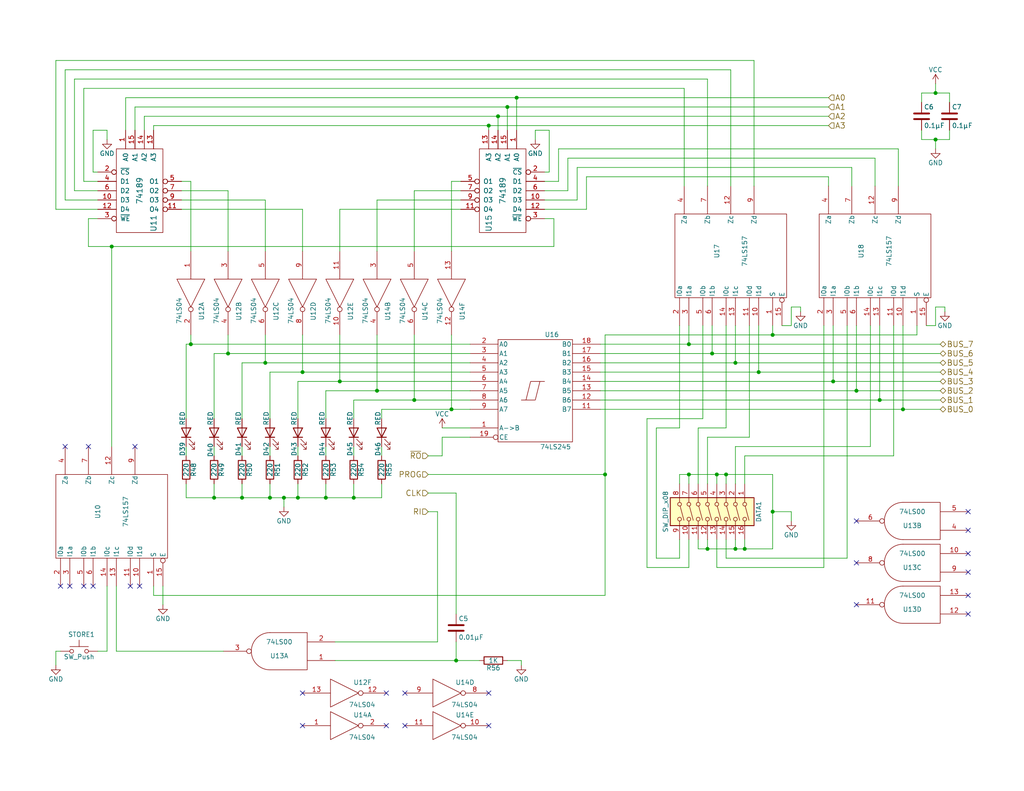
<source format=kicad_sch>
(kicad_sch (version 20211123) (generator eeschema)
  (paper "USLetter")
  (lib_symbols
    (symbol "8bit-computer:74189" (pin_names (offset 1.016))
      (property "Reference" "U" (at 8.89 -3.81 0))
      (property "Value" "74189" (at 0 0 0))
      (symbol "74189_0_1"
        (rectangle (start -11.43 6.35) (end 11.43 -6.35))
      )
      (symbol "74189_1_1"
        (pin input line (at -16.51 3.81 0) (length 5.08) (name "A0") (number "1"))
        (pin input line (at 2.54 11.43 270) (length 5.08) (name "D3") (number "10"))
        (pin output inverted (at 5.08 -11.43 90) (length 5.08) (name "O4") (number "11"))
        (pin input line (at 5.08 11.43 270) (length 5.08) (name "D4") (number "12"))
        (pin input line (at -16.51 -3.81 0) (length 5.08) (name "A3") (number "13"))
        (pin input line (at -16.51 -1.27 0) (length 5.08) (name "A2") (number "14"))
        (pin input line (at -16.51 1.27 0) (length 5.08) (name "A1") (number "15"))
        (pin power_in line (at 10.16 11.43 270) (length 5.08) hide (name "VCC") (number "16"))
        (pin input inverted (at -5.08 11.43 270) (length 5.08) (name "~{CS}") (number "2"))
        (pin input inverted (at 7.62 11.43 270) (length 5.08) (name "~{WE}") (number "3"))
        (pin input line (at -2.54 11.43 270) (length 5.08) (name "D1") (number "4"))
        (pin output inverted (at -2.54 -11.43 90) (length 5.08) (name "O1") (number "5"))
        (pin input line (at 0 11.43 270) (length 5.08) (name "D2") (number "6"))
        (pin output inverted (at 0 -11.43 90) (length 5.08) (name "O2") (number "7"))
        (pin power_in line (at 10.16 -11.43 90) (length 5.08) hide (name "GND") (number "8"))
        (pin output inverted (at 2.54 -11.43 90) (length 5.08) (name "O3") (number "9"))
      )
    )
    (symbol "8bit-computer:74LS00" (pin_names (offset 0.762))
      (property "Reference" "U" (at 0 1.27 0))
      (property "Value" "74LS00" (at 0 -2.54 0))
      (symbol "74LS00_0_0"
        (pin power_in line (at -5.08 5.08 270) (length 0) hide (name "VCC") (number "14"))
        (pin power_in line (at -5.08 -5.08 90) (length 0) hide (name "GND") (number "7"))
      )
      (symbol "74LS00_0_1"
        (polyline (pts (xy 2.54 5.08) (xy -7.62 5.08) (xy -7.62 -5.08) (xy 2.54 -5.08)))
        (arc (start 2.54 -5.08) (mid 7.62 0) (end 2.54 5.08))
      )
      (symbol "74LS00_0_2"
        (arc (start -7.62 -5.08) (mid -5.2253 0) (end -7.62 5.08))
        (arc (start 0 -5.08) (mid 4.5382 -3.6323) (end 7.62 0))
        (polyline (pts (xy -7.62 -5.08) (xy 0 -5.08)))
        (polyline (pts (xy -7.62 5.08) (xy 0 5.08)))
        (arc (start 7.62 0) (mid 4.5325 3.6238) (end 0 5.08))
      )
      (symbol "74LS00_1_1"
        (pin input line (at -15.24 2.54 0) (length 7.62) (name "~") (number "1"))
        (pin input line (at -15.24 -2.54 0) (length 7.62) (name "~") (number "2"))
        (pin output inverted (at 15.24 0 180) (length 7.62) (name "~") (number "3"))
      )
      (symbol "74LS00_1_2"
        (pin input inverted (at -15.24 2.54 0) (length 9.398) (name "~") (number "1"))
        (pin input inverted (at -15.24 -2.54 0) (length 9.398) (name "~") (number "2"))
        (pin output line (at 15.24 0 180) (length 7.62) (name "~") (number "3"))
      )
      (symbol "74LS00_2_1"
        (pin input line (at -15.24 2.54 0) (length 7.62) (name "~") (number "4"))
        (pin input line (at -15.24 -2.54 0) (length 7.62) (name "~") (number "5"))
        (pin output inverted (at 15.24 0 180) (length 7.62) (name "~") (number "6"))
      )
      (symbol "74LS00_2_2"
        (pin input inverted (at -15.24 2.54 0) (length 9.398) (name "~") (number "4"))
        (pin input inverted (at -15.24 -2.54 0) (length 9.398) (name "~") (number "5"))
        (pin output line (at 15.24 0 180) (length 7.62) (name "~") (number "6"))
      )
      (symbol "74LS00_3_1"
        (pin input line (at -15.24 -2.54 0) (length 7.62) (name "~") (number "10"))
        (pin output inverted (at 15.24 0 180) (length 7.62) (name "~") (number "8"))
        (pin input line (at -15.24 2.54 0) (length 7.62) (name "~") (number "9"))
      )
      (symbol "74LS00_3_2"
        (pin input inverted (at -15.24 -2.54 0) (length 9.398) (name "~") (number "10"))
        (pin output line (at 15.24 0 180) (length 7.62) (name "~") (number "8"))
        (pin input inverted (at -15.24 2.54 0) (length 9.398) (name "~") (number "9"))
      )
      (symbol "74LS00_4_1"
        (pin output inverted (at 15.24 0 180) (length 7.62) (name "~") (number "11"))
        (pin input line (at -15.24 2.54 0) (length 7.62) (name "~") (number "12"))
        (pin input line (at -15.24 -2.54 0) (length 7.62) (name "~") (number "13"))
      )
      (symbol "74LS00_4_2"
        (pin output line (at 15.24 0 180) (length 7.62) (name "~") (number "11"))
        (pin input inverted (at -15.24 2.54 0) (length 9.398) (name "~") (number "12"))
        (pin input inverted (at -15.24 -2.54 0) (length 9.398) (name "~") (number "13"))
      )
    )
    (symbol "8bit-computer:74LS04" (pin_names (offset 0.762))
      (property "Reference" "U" (at 4.953 2.921 0))
      (property "Value" "74LS04" (at 4.826 -3.175 0))
      (symbol "74LS04_0_0"
        (polyline (pts (xy -3.81 3.81) (xy -3.81 -3.81) (xy 3.81 0) (xy -3.81 3.81)))
        (pin power_in line (at -1.27 2.54 90) (length 0) hide (name "VCC") (number "14"))
        (pin power_in line (at -1.27 -2.54 90) (length 0) hide (name "GND") (number "7"))
      )
      (symbol "74LS04_1_1"
        (pin input line (at -11.43 0 0) (length 7.62) (name "~") (number "1"))
        (pin output inverted (at 11.43 0 180) (length 7.62) (name "~") (number "2"))
      )
      (symbol "74LS04_1_2"
        (pin input inverted (at -11.43 0 0) (length 7.62) (name "~") (number "1"))
        (pin output line (at 11.43 0 180) (length 7.62) (name "~") (number "2"))
      )
      (symbol "74LS04_2_1"
        (pin input line (at -11.43 0 0) (length 7.62) (name "~") (number "3"))
        (pin output inverted (at 11.43 0 180) (length 7.62) (name "~") (number "4"))
      )
      (symbol "74LS04_2_2"
        (pin input inverted (at -11.43 0 0) (length 7.62) (name "~") (number "3"))
        (pin output line (at 11.43 0 180) (length 7.62) (name "~") (number "4"))
      )
      (symbol "74LS04_3_1"
        (pin input line (at -11.43 0 0) (length 7.62) (name "~") (number "5"))
        (pin output inverted (at 11.43 0 180) (length 7.62) (name "~") (number "6"))
      )
      (symbol "74LS04_3_2"
        (pin input inverted (at -11.43 0 0) (length 7.62) (name "~") (number "5"))
        (pin output line (at 11.43 0 180) (length 7.62) (name "~") (number "6"))
      )
      (symbol "74LS04_4_1"
        (pin output inverted (at 11.43 0 180) (length 7.62) (name "~") (number "8"))
        (pin input line (at -11.43 0 0) (length 7.62) (name "~") (number "9"))
      )
      (symbol "74LS04_4_2"
        (pin output line (at 11.43 0 180) (length 7.62) (name "~") (number "8"))
        (pin input inverted (at -11.43 0 0) (length 7.62) (name "~") (number "9"))
      )
      (symbol "74LS04_5_1"
        (pin output inverted (at 11.43 0 180) (length 7.62) (name "~") (number "10"))
        (pin input line (at -11.43 0 0) (length 7.62) (name "~") (number "11"))
      )
      (symbol "74LS04_5_2"
        (pin output line (at 11.43 0 180) (length 7.62) (name "~") (number "10"))
        (pin input inverted (at -11.43 0 0) (length 7.62) (name "~") (number "11"))
      )
      (symbol "74LS04_6_1"
        (pin output inverted (at 11.43 0 180) (length 7.62) (name "~") (number "12"))
        (pin input line (at -11.43 0 0) (length 7.62) (name "~") (number "13"))
      )
      (symbol "74LS04_6_2"
        (pin output line (at 11.43 0 180) (length 7.62) (name "~") (number "12"))
        (pin input inverted (at -11.43 0 0) (length 7.62) (name "~") (number "13"))
      )
    )
    (symbol "8bit-computer:74LS157" (pin_names (offset 0.254))
      (property "Reference" "U" (at 1.27 3.81 0))
      (property "Value" "74LS157" (at 1.27 -3.81 0))
      (symbol "74LS157_0_0"
        (pin power_in line (at -8.89 15.24 90) (length 0) hide (name "VCC") (number "16"))
        (pin power_in line (at -8.89 -15.24 90) (length 0) hide (name "GND") (number "8"))
      )
      (symbol "74LS157_0_1"
        (rectangle (start -11.43 15.24) (end 11.43 -15.24))
      )
      (symbol "74LS157_1_1"
        (pin input line (at -19.05 -11.43 0) (length 7.62) (name "S") (number "1"))
        (pin input line (at -19.05 -7.62 0) (length 7.62) (name "I1d") (number "10"))
        (pin input line (at -19.05 -5.08 0) (length 7.62) (name "I0d") (number "11"))
        (pin output line (at 19.05 0 180) (length 7.62) (name "Zc") (number "12"))
        (pin input line (at -19.05 -1.27 0) (length 7.62) (name "I1c") (number "13"))
        (pin input line (at -19.05 1.27 0) (length 7.62) (name "I0c") (number "14"))
        (pin input inverted (at -19.05 -13.97 0) (length 7.62) (name "E") (number "15"))
        (pin input line (at -19.05 13.97 0) (length 7.62) (name "I0a") (number "2"))
        (pin input line (at -19.05 11.43 0) (length 7.62) (name "I1a") (number "3"))
        (pin output line (at 19.05 12.7 180) (length 7.62) (name "Za") (number "4"))
        (pin input line (at -19.05 7.62 0) (length 7.62) (name "I0b") (number "5"))
        (pin input line (at -19.05 5.08 0) (length 7.62) (name "I1b") (number "6"))
        (pin output line (at 19.05 6.35 180) (length 7.62) (name "Zb") (number "7"))
        (pin output line (at 19.05 -6.35 180) (length 7.62) (name "Zd") (number "9"))
      )
    )
    (symbol "8bit-computer:74LS245" (pin_names (offset 0.254))
      (property "Reference" "U" (at 2.54 14.605 0))
      (property "Value" "74LS245" (at 1.27 -14.605 0))
      (symbol "74LS245_0_0"
        (pin power_in line (at 0 -13.97 90) (length 0) hide (name "GND") (number "10"))
        (pin power_in line (at 0 13.97 270) (length 0) hide (name "VCC") (number "20"))
      )
      (symbol "74LS245_0_1"
        (rectangle (start -10.16 13.97) (end 10.16 -13.97))
        (polyline (pts (xy 1.27 2.54) (xy 0 -2.54) (xy -2.54 -2.54)))
        (polyline (pts (xy 2.54 2.54) (xy -1.27 2.54) (xy -2.54 -2.54) (xy -3.81 -2.54)))
      )
      (symbol "74LS245_1_1"
        (pin input line (at -17.78 -10.16 0) (length 7.62) (name "A->B") (number "1"))
        (pin tri_state line (at 17.78 -5.08 180) (length 7.62) (name "B7") (number "11"))
        (pin tri_state line (at 17.78 -2.54 180) (length 7.62) (name "B6") (number "12"))
        (pin tri_state line (at 17.78 0 180) (length 7.62) (name "B5") (number "13"))
        (pin tri_state line (at 17.78 2.54 180) (length 7.62) (name "B4") (number "14"))
        (pin tri_state line (at 17.78 5.08 180) (length 7.62) (name "B3") (number "15"))
        (pin tri_state line (at 17.78 7.62 180) (length 7.62) (name "B2") (number "16"))
        (pin tri_state line (at 17.78 10.16 180) (length 7.62) (name "B1") (number "17"))
        (pin tri_state line (at 17.78 12.7 180) (length 7.62) (name "B0") (number "18"))
        (pin input inverted (at -17.78 -12.7 0) (length 7.62) (name "CE") (number "19"))
        (pin tri_state line (at -17.78 12.7 0) (length 7.62) (name "A0") (number "2"))
        (pin tri_state line (at -17.78 10.16 0) (length 7.62) (name "A1") (number "3"))
        (pin tri_state line (at -17.78 7.62 0) (length 7.62) (name "A2") (number "4"))
        (pin tri_state line (at -17.78 5.08 0) (length 7.62) (name "A3") (number "5"))
        (pin tri_state line (at -17.78 2.54 0) (length 7.62) (name "A4") (number "6"))
        (pin tri_state line (at -17.78 0 0) (length 7.62) (name "A5") (number "7"))
        (pin tri_state line (at -17.78 -2.54 0) (length 7.62) (name "A6") (number "8"))
        (pin tri_state line (at -17.78 -5.08 0) (length 7.62) (name "A7") (number "9"))
      )
    )
    (symbol "8bit-computer:SW_DIP_x08" (pin_names (offset 0) hide)
      (property "Reference" "SW" (at 0 13.97 0))
      (property "Value" "SW_DIP_x08" (at 0 -11.43 0))
      (symbol "SW_DIP_x08_0_0"
        (circle (center -2.032 -7.62) (radius 0.508))
        (circle (center -2.032 -5.08) (radius 0.508))
        (circle (center -2.032 -2.54) (radius 0.508))
        (circle (center -2.032 0) (radius 0.508))
        (circle (center -2.032 2.54) (radius 0.508))
        (circle (center -2.032 5.08) (radius 0.508))
        (circle (center -2.032 7.62) (radius 0.508))
        (circle (center -2.032 10.16) (radius 0.508))
        (polyline (pts (xy -1.524 -7.4676) (xy 2.3622 -6.4262)))
        (polyline (pts (xy -1.524 -4.9276) (xy 2.3622 -3.8862)))
        (polyline (pts (xy -1.524 -2.3876) (xy 2.3622 -1.3462)))
        (polyline (pts (xy -1.524 0.127) (xy 2.3622 1.1684)))
        (polyline (pts (xy -1.524 2.667) (xy 2.3622 3.7084)))
        (polyline (pts (xy -1.524 5.207) (xy 2.3622 6.2484)))
        (polyline (pts (xy -1.524 7.747) (xy 2.3622 8.7884)))
        (polyline (pts (xy -1.524 10.287) (xy 2.3622 11.3284)))
        (circle (center 2.032 -7.62) (radius 0.508))
        (circle (center 2.032 -5.08) (radius 0.508))
        (circle (center 2.032 -2.54) (radius 0.508))
        (circle (center 2.032 0) (radius 0.508))
        (circle (center 2.032 2.54) (radius 0.508))
        (circle (center 2.032 5.08) (radius 0.508))
        (circle (center 2.032 7.62) (radius 0.508))
        (circle (center 2.032 10.16) (radius 0.508))
      )
      (symbol "SW_DIP_x08_0_1"
        (rectangle (start -3.81 12.7) (end 3.81 -10.16) (stroke (width 0.254)) (fill (type background)))
      )
      (symbol "SW_DIP_x08_1_1"
        (pin passive line (at -7.62 10.16 0) (length 5.08) (name "~") (number "1"))
        (pin passive line (at 7.62 -5.08 180) (length 5.08) (name "~") (number "10"))
        (pin passive line (at 7.62 -2.54 180) (length 5.08) (name "~") (number "11"))
        (pin passive line (at 7.62 0 180) (length 5.08) (name "~") (number "12"))
        (pin passive line (at 7.62 2.54 180) (length 5.08) (name "~") (number "13"))
        (pin passive line (at 7.62 5.08 180) (length 5.08) (name "~") (number "14"))
        (pin passive line (at 7.62 7.62 180) (length 5.08) (name "~") (number "15"))
        (pin passive line (at 7.62 10.16 180) (length 5.08) (name "~") (number "16"))
        (pin passive line (at -7.62 7.62 0) (length 5.08) (name "~") (number "2"))
        (pin passive line (at -7.62 5.08 0) (length 5.08) (name "~") (number "3"))
        (pin passive line (at -7.62 2.54 0) (length 5.08) (name "~") (number "4"))
        (pin passive line (at -7.62 0 0) (length 5.08) (name "~") (number "5"))
        (pin passive line (at -7.62 -2.54 0) (length 5.08) (name "~") (number "6"))
        (pin passive line (at -7.62 -5.08 0) (length 5.08) (name "~") (number "7"))
        (pin passive line (at -7.62 -7.62 0) (length 5.08) (name "~") (number "8"))
        (pin passive line (at 7.62 -7.62 180) (length 5.08) (name "~") (number "9"))
      )
    )
    (symbol "8bit-computer:SW_Push" (pin_numbers hide) (pin_names (offset 1.016) hide)
      (property "Reference" "SW" (at 1.27 2.54 0))
      (property "Value" "SW_Push" (at 0 -1.524 0))
      (symbol "SW_Push_0_1"
        (circle (center -2.032 0) (radius 0.508))
        (polyline (pts (xy 0 1.27) (xy 0 3.048)))
        (polyline (pts (xy 2.54 1.27) (xy -2.54 1.27)))
        (circle (center 2.032 0) (radius 0.508))
        (pin passive line (at -5.08 0 0) (length 2.54) (name "1") (number "1"))
        (pin passive line (at 5.08 0 180) (length 2.54) (name "2") (number "2"))
      )
    )
    (symbol "Device:C" (pin_numbers hide) (pin_names (offset 0.254))
      (property "Reference" "C" (at 0.635 2.54 0))
      (property "Value" "C" (at 0.635 -2.54 0))
      (symbol "C_0_1"
        (polyline (pts (xy -2.032 -0.762) (xy 2.032 -0.762)) (stroke (width 0.508)))
        (polyline (pts (xy -2.032 0.762) (xy 2.032 0.762)) (stroke (width 0.508)))
      )
      (symbol "C_1_1"
        (pin passive line (at 0 3.81 270) (length 2.794) (name "~") (number "1"))
        (pin passive line (at 0 -3.81 90) (length 2.794) (name "~") (number "2"))
      )
    )
    (symbol "Device:LED" (pin_numbers hide) (pin_names (offset 1.016) hide)
      (property "Reference" "D" (at 0 2.54 0))
      (property "Value" "LED" (at 0 -2.54 0))
      (symbol "LED_0_1"
        (polyline (pts (xy -1.27 -1.27) (xy -1.27 1.27)) (stroke (width 0.254)))
        (polyline (pts (xy -1.27 0) (xy 1.27 0)))
        (polyline (pts (xy 1.27 -1.27) (xy 1.27 1.27) (xy -1.27 0) (xy 1.27 -1.27)) (stroke (width 0.254)))
        (polyline (pts (xy -3.048 -0.762) (xy -4.572 -2.286) (xy -3.81 -2.286) (xy -4.572 -2.286) (xy -4.572 -1.524)))
        (polyline (pts (xy -1.778 -0.762) (xy -3.302 -2.286) (xy -2.54 -2.286) (xy -3.302 -2.286) (xy -3.302 -1.524)))
      )
      (symbol "LED_1_1"
        (pin passive line (at -3.81 0 0) (length 2.54) (name "K") (number "1"))
        (pin passive line (at 3.81 0 180) (length 2.54) (name "A") (number "2"))
      )
    )
    (symbol "Device:R" (pin_numbers hide) (pin_names (offset 0))
      (property "Reference" "R" (at 2.032 0 90))
      (property "Value" "R" (at 0 0 90))
      (symbol "R_0_1"
        (rectangle (start -1.016 -2.54) (end 1.016 2.54) (stroke (width 0.254)))
      )
      (symbol "R_1_1"
        (pin passive line (at 0 3.81 270) (length 1.27) (name "~") (number "1"))
        (pin passive line (at 0 -3.81 90) (length 1.27) (name "~") (number "2"))
      )
    )
    (symbol "power:GND" (power) (pin_names (offset 0))
      (property "Value" "GND" (at 0 -3.81 0))
      (symbol "GND_0_1"
        (polyline (pts (xy 0 0) (xy 0 -1.27) (xy 1.27 -1.27) (xy 0 -2.54) (xy -1.27 -1.27) (xy 0 -1.27)))
      )
      (symbol "GND_1_1"
        (pin power_in line (at 0 0 270) (length 0) hide (name "GND") (number "1"))
      )
    )
    (symbol "power:VCC" (power) (pin_names (offset 0))
      (property "Value" "VCC" (at 0 3.81 0))
      (symbol "VCC_0_1"
        (polyline (pts (xy -0.762 1.27) (xy 0 2.54)))
        (polyline (pts (xy 0 0) (xy 0 2.54)))
        (polyline (pts (xy 0 2.54) (xy 0.762 1.27)))
      )
      (symbol "VCC_1_1"
        (pin power_in line (at 0 0 90) (length 0) hide (name "VCC") (number "1"))
      )
    )
  )
  (junction (at 66.04 135.89))
  (junction (at 123.19 111.76))
  (junction (at 227.33 104.14))
  (junction (at 255.27 38.1))
  (junction (at 72.39 99.06))
  (junction (at 92.71 104.14))
  (junction (at 187.96 129.54))
  (junction (at 113.03 109.22))
  (junction (at 203.2 149.86))
  (junction (at 82.55 101.6))
  (junction (at 246.38 111.76))
  (junction (at 207.01 101.6))
  (junction (at 195.58 129.54))
  (junction (at 240.03 109.22))
  (junction (at 88.9 135.89))
  (junction (at 102.87 106.68))
  (junction (at 138.43 29.21))
  (junction (at 135.89 31.75))
  (junction (at 198.12 129.54))
  (junction (at 96.52 135.89))
  (junction (at 73.66 135.89))
  (junction (at 62.23 96.52))
  (junction (at 52.07 93.98))
  (junction (at 81.28 135.89))
  (junction (at 233.68 106.68))
  (junction (at 194.31 96.52))
  (junction (at 124.46 180.34))
  (junction (at 200.66 149.86))
  (junction (at 187.96 93.98))
  (junction (at 165.1 129.54))
  (junction (at 210.82 91.44))
  (junction (at 30.48 67.31))
  (junction (at 58.42 135.89))
  (junction (at 140.97 26.67))
  (junction (at 193.04 149.86))
  (junction (at 255.27 25.4))
  (junction (at 200.66 99.06))
  (junction (at 133.35 34.29))
  (junction (at 77.47 135.89))
  (junction (at 210.82 139.7))
  (no_connect (at 110.49 198.12))
  (no_connect (at 105.41 189.23))
  (no_connect (at 25.4 160.02))
  (no_connect (at 36.83 121.92))
  (no_connect (at 82.55 198.12))
  (no_connect (at 24.13 121.92))
  (no_connect (at 264.16 156.21))
  (no_connect (at 16.51 160.02))
  (no_connect (at 233.68 142.24))
  (no_connect (at 264.16 151.13))
  (no_connect (at 233.68 153.67))
  (no_connect (at 35.56 160.02))
  (no_connect (at 264.16 144.78))
  (no_connect (at 264.16 139.7))
  (no_connect (at 82.55 189.23))
  (no_connect (at 133.35 189.23))
  (no_connect (at 110.49 189.23))
  (no_connect (at 22.86 160.02))
  (no_connect (at 105.41 198.12))
  (no_connect (at 233.68 165.1))
  (no_connect (at 133.35 198.12))
  (no_connect (at 264.16 162.56))
  (no_connect (at 19.05 160.02))
  (no_connect (at 17.78 121.92))
  (no_connect (at 264.16 167.64))
  (no_connect (at 38.1 160.02))
  (wire (pts (xy 50.8 132.08) (xy 50.8 135.89)))
  (wire (pts (xy 52.07 91.44) (xy 52.07 93.98)))
  (wire (pts (xy 72.39 99.06) (xy 128.27 99.06)))
  (wire (pts (xy 119.38 139.7) (xy 119.38 175.26)))
  (wire (pts (xy 66.04 121.92) (xy 66.04 124.46)))
  (wire (pts (xy 198.12 116.84) (xy 198.12 88.9)))
  (wire (pts (xy 73.66 101.6) (xy 82.55 101.6)))
  (wire (pts (xy 73.66 121.92) (xy 73.66 124.46)))
  (wire (pts (xy 36.83 35.56) (xy 36.83 29.21)))
  (wire (pts (xy 81.28 104.14) (xy 81.28 114.3)))
  (wire (pts (xy 163.83 109.22) (xy 240.03 109.22)))
  (wire (pts (xy 200.66 99.06) (xy 200.66 88.9)))
  (wire (pts (xy 200.66 121.92) (xy 200.66 132.08)))
  (wire (pts (xy 62.23 96.52) (xy 128.27 96.52)))
  (wire (pts (xy 31.75 160.02) (xy 31.75 177.8)))
  (wire (pts (xy 58.42 121.92) (xy 58.42 124.46)))
  (wire (pts (xy 186.69 24.13) (xy 186.69 50.8)))
  (wire (pts (xy 88.9 135.89) (xy 96.52 135.89)))
  (wire (pts (xy 52.07 93.98) (xy 128.27 93.98)))
  (wire (pts (xy 22.86 24.13) (xy 22.86 49.53)))
  (wire (pts (xy 96.52 109.22) (xy 96.52 114.3)))
  (wire (pts (xy 15.24 16.51) (xy 205.74 16.51)))
  (wire (pts (xy 194.31 96.52) (xy 256.54 96.52)))
  (wire (pts (xy 104.14 135.89) (xy 104.14 132.08)))
  (wire (pts (xy 148.59 52.07) (xy 154.94 52.07)))
  (wire (pts (xy 124.46 180.34) (xy 124.46 175.26)))
  (wire (pts (xy 116.84 129.54) (xy 165.1 129.54)))
  (wire (pts (xy 237.49 121.92) (xy 200.66 121.92)))
  (wire (pts (xy 227.33 104.14) (xy 227.33 88.9)))
  (wire (pts (xy 200.66 99.06) (xy 256.54 99.06)))
  (wire (pts (xy 113.03 109.22) (xy 128.27 109.22)))
  (wire (pts (xy 104.14 111.76) (xy 104.14 114.3)))
  (wire (pts (xy 81.28 121.92) (xy 81.28 124.46)))
  (wire (pts (xy 157.48 45.72) (xy 232.41 45.72)))
  (wire (pts (xy 44.45 160.02) (xy 44.45 165.1)))
  (wire (pts (xy 213.36 88.9) (xy 215.9 88.9)))
  (wire (pts (xy 259.08 25.4) (xy 259.08 27.94)))
  (wire (pts (xy 215.9 88.9) (xy 215.9 83.82)))
  (wire (pts (xy 148.59 54.61) (xy 157.48 54.61)))
  (wire (pts (xy 58.42 135.89) (xy 66.04 135.89)))
  (wire (pts (xy 191.77 114.3) (xy 191.77 88.9)))
  (wire (pts (xy 193.04 132.08) (xy 193.04 119.38)))
  (wire (pts (xy 193.04 21.59) (xy 20.32 21.59)))
  (wire (pts (xy 251.46 25.4) (xy 251.46 27.94)))
  (wire (pts (xy 91.44 180.34) (xy 124.46 180.34)))
  (wire (pts (xy 250.19 91.44) (xy 250.19 88.9)))
  (wire (pts (xy 123.19 111.76) (xy 128.27 111.76)))
  (wire (pts (xy 15.24 177.8) (xy 15.24 181.61)))
  (wire (pts (xy 102.87 54.61) (xy 125.73 54.61)))
  (wire (pts (xy 50.8 135.89) (xy 58.42 135.89)))
  (wire (pts (xy 17.78 19.05) (xy 199.39 19.05)))
  (wire (pts (xy 198.12 132.08) (xy 198.12 129.54)))
  (wire (pts (xy 152.4 40.64) (xy 245.11 40.64)))
  (wire (pts (xy 246.38 111.76) (xy 246.38 88.9)))
  (wire (pts (xy 49.53 54.61) (xy 72.39 54.61)))
  (wire (pts (xy 255.27 88.9) (xy 255.27 83.82)))
  (wire (pts (xy 194.31 96.52) (xy 194.31 88.9)))
  (wire (pts (xy 72.39 91.44) (xy 72.39 99.06)))
  (wire (pts (xy 49.53 57.15) (xy 82.55 57.15)))
  (wire (pts (xy 116.84 134.62) (xy 124.46 134.62)))
  (wire (pts (xy 190.5 132.08) (xy 190.5 116.84)))
  (wire (pts (xy 26.67 46.99) (xy 25.4 46.99)))
  (wire (pts (xy 203.2 124.46) (xy 203.2 132.08)))
  (wire (pts (xy 22.86 49.53) (xy 26.67 49.53)))
  (wire (pts (xy 125.73 49.53) (xy 123.19 49.53)))
  (wire (pts (xy 29.21 177.8) (xy 29.21 160.02)))
  (wire (pts (xy 15.24 57.15) (xy 26.67 57.15)))
  (wire (pts (xy 148.59 57.15) (xy 160.02 57.15)))
  (wire (pts (xy 149.86 46.99) (xy 148.59 46.99)))
  (wire (pts (xy 15.24 16.51) (xy 15.24 57.15)))
  (wire (pts (xy 176.53 154.94) (xy 176.53 114.3)))
  (wire (pts (xy 165.1 129.54) (xy 165.1 162.56)))
  (wire (pts (xy 195.58 129.54) (xy 198.12 129.54)))
  (wire (pts (xy 146.05 35.56) (xy 149.86 35.56)))
  (wire (pts (xy 195.58 132.08) (xy 195.58 129.54)))
  (wire (pts (xy 138.43 180.34) (xy 142.24 180.34)))
  (wire (pts (xy 210.82 139.7) (xy 210.82 149.86)))
  (wire (pts (xy 163.83 99.06) (xy 200.66 99.06)))
  (wire (pts (xy 62.23 91.44) (xy 62.23 96.52)))
  (wire (pts (xy 20.32 21.59) (xy 20.32 52.07)))
  (wire (pts (xy 207.01 101.6) (xy 256.54 101.6)))
  (wire (pts (xy 17.78 54.61) (xy 26.67 54.61)))
  (wire (pts (xy 193.04 21.59) (xy 193.04 50.8)))
  (wire (pts (xy 22.86 24.13) (xy 186.69 24.13)))
  (wire (pts (xy 185.42 129.54) (xy 187.96 129.54)))
  (wire (pts (xy 190.5 116.84) (xy 198.12 116.84)))
  (wire (pts (xy 252.73 88.9) (xy 255.27 88.9)))
  (wire (pts (xy 72.39 54.61) (xy 72.39 68.58)))
  (wire (pts (xy 179.07 152.4) (xy 185.42 152.4)))
  (wire (pts (xy 165.1 91.44) (xy 165.1 129.54)))
  (wire (pts (xy 187.96 129.54) (xy 195.58 129.54)))
  (wire (pts (xy 49.53 52.07) (xy 62.23 52.07)))
  (wire (pts (xy 39.37 35.56) (xy 39.37 31.75)))
  (wire (pts (xy 198.12 152.4) (xy 231.14 152.4)))
  (wire (pts (xy 185.42 152.4) (xy 185.42 147.32)))
  (wire (pts (xy 205.74 16.51) (xy 205.74 50.8)))
  (wire (pts (xy 96.52 109.22) (xy 113.03 109.22)))
  (wire (pts (xy 149.86 35.56) (xy 149.86 46.99)))
  (wire (pts (xy 25.4 46.99) (xy 25.4 35.56)))
  (wire (pts (xy 20.32 52.07) (xy 26.67 52.07)))
  (wire (pts (xy 104.14 111.76) (xy 123.19 111.76)))
  (wire (pts (xy 152.4 40.64) (xy 152.4 49.53)))
  (wire (pts (xy 255.27 38.1) (xy 255.27 40.64)))
  (wire (pts (xy 16.51 177.8) (xy 15.24 177.8)))
  (wire (pts (xy 210.82 129.54) (xy 210.82 139.7)))
  (wire (pts (xy 233.68 106.68) (xy 256.54 106.68)))
  (wire (pts (xy 255.27 22.86) (xy 255.27 25.4)))
  (wire (pts (xy 66.04 135.89) (xy 73.66 135.89)))
  (wire (pts (xy 82.55 91.44) (xy 82.55 101.6)))
  (wire (pts (xy 163.83 101.6) (xy 207.01 101.6)))
  (wire (pts (xy 200.66 147.32) (xy 200.66 149.86)))
  (wire (pts (xy 17.78 19.05) (xy 17.78 54.61)))
  (wire (pts (xy 224.79 154.94) (xy 224.79 88.9)))
  (wire (pts (xy 102.87 54.61) (xy 102.87 68.58)))
  (wire (pts (xy 148.59 59.69) (xy 151.13 59.69)))
  (wire (pts (xy 92.71 57.15) (xy 92.71 68.58)))
  (wire (pts (xy 138.43 29.21) (xy 138.43 35.56)))
  (wire (pts (xy 255.27 38.1) (xy 259.08 38.1)))
  (wire (pts (xy 218.44 83.82) (xy 218.44 85.09)))
  (wire (pts (xy 24.13 59.69) (xy 26.67 59.69)))
  (wire (pts (xy 92.71 91.44) (xy 92.71 104.14)))
  (wire (pts (xy 34.29 26.67) (xy 34.29 35.56)))
  (wire (pts (xy 133.35 34.29) (xy 226.06 34.29)))
  (wire (pts (xy 25.4 35.56) (xy 29.21 35.56)))
  (wire (pts (xy 88.9 121.92) (xy 88.9 124.46)))
  (wire (pts (xy 41.91 162.56) (xy 41.91 160.02)))
  (wire (pts (xy 165.1 162.56) (xy 41.91 162.56)))
  (wire (pts (xy 135.89 31.75) (xy 135.89 35.56)))
  (wire (pts (xy 102.87 106.68) (xy 128.27 106.68)))
  (wire (pts (xy 81.28 104.14) (xy 92.71 104.14)))
  (wire (pts (xy 243.84 88.9) (xy 243.84 124.46)))
  (wire (pts (xy 146.05 38.1) (xy 146.05 35.56)))
  (wire (pts (xy 34.29 26.67) (xy 140.97 26.67)))
  (wire (pts (xy 24.13 67.31) (xy 24.13 59.69)))
  (wire (pts (xy 81.28 132.08) (xy 81.28 135.89)))
  (wire (pts (xy 190.5 149.86) (xy 190.5 147.32)))
  (wire (pts (xy 123.19 91.44) (xy 123.19 111.76)))
  (wire (pts (xy 116.84 139.7) (xy 119.38 139.7)))
  (wire (pts (xy 238.76 43.18) (xy 238.76 50.8)))
  (wire (pts (xy 39.37 31.75) (xy 135.89 31.75)))
  (wire (pts (xy 226.06 50.8) (xy 226.06 48.26)))
  (wire (pts (xy 30.48 67.31) (xy 24.13 67.31)))
  (wire (pts (xy 187.96 132.08) (xy 187.96 129.54)))
  (wire (pts (xy 251.46 25.4) (xy 255.27 25.4)))
  (wire (pts (xy 246.38 111.76) (xy 256.54 111.76)))
  (wire (pts (xy 41.91 35.56) (xy 41.91 34.29)))
  (wire (pts (xy 26.67 177.8) (xy 29.21 177.8)))
  (wire (pts (xy 193.04 119.38) (xy 204.47 119.38)))
  (wire (pts (xy 240.03 109.22) (xy 240.03 88.9)))
  (wire (pts (xy 124.46 134.62) (xy 124.46 167.64)))
  (wire (pts (xy 207.01 101.6) (xy 207.01 88.9)))
  (wire (pts (xy 210.82 91.44) (xy 250.19 91.44)))
  (wire (pts (xy 113.03 52.07) (xy 125.73 52.07)))
  (wire (pts (xy 88.9 106.68) (xy 88.9 114.3)))
  (wire (pts (xy 82.55 101.6) (xy 128.27 101.6)))
  (wire (pts (xy 215.9 139.7) (xy 215.9 142.24)))
  (wire (pts (xy 58.42 96.52) (xy 62.23 96.52)))
  (wire (pts (xy 210.82 139.7) (xy 215.9 139.7)))
  (wire (pts (xy 152.4 49.53) (xy 148.59 49.53)))
  (wire (pts (xy 92.71 104.14) (xy 128.27 104.14)))
  (wire (pts (xy 58.42 96.52) (xy 58.42 114.3)))
  (wire (pts (xy 227.33 104.14) (xy 256.54 104.14)))
  (wire (pts (xy 185.42 88.9) (xy 185.42 116.84)))
  (wire (pts (xy 154.94 52.07) (xy 154.94 43.18)))
  (wire (pts (xy 62.23 52.07) (xy 62.23 68.58)))
  (wire (pts (xy 163.83 104.14) (xy 227.33 104.14)))
  (wire (pts (xy 240.03 109.22) (xy 256.54 109.22)))
  (wire (pts (xy 66.04 99.06) (xy 72.39 99.06)))
  (wire (pts (xy 245.11 40.64) (xy 245.11 50.8)))
  (wire (pts (xy 226.06 48.26) (xy 160.02 48.26)))
  (wire (pts (xy 81.28 135.89) (xy 88.9 135.89)))
  (wire (pts (xy 187.96 147.32) (xy 187.96 154.94)))
  (wire (pts (xy 185.42 116.84) (xy 179.07 116.84)))
  (wire (pts (xy 215.9 83.82) (xy 218.44 83.82)))
  (wire (pts (xy 73.66 132.08) (xy 73.66 135.89)))
  (wire (pts (xy 251.46 35.56) (xy 251.46 38.1)))
  (wire (pts (xy 120.65 116.84) (xy 128.27 116.84)))
  (wire (pts (xy 195.58 154.94) (xy 224.79 154.94)))
  (wire (pts (xy 50.8 93.98) (xy 50.8 114.3)))
  (wire (pts (xy 199.39 19.05) (xy 199.39 50.8)))
  (wire (pts (xy 50.8 121.92) (xy 50.8 124.46)))
  (wire (pts (xy 31.75 177.8) (xy 60.96 177.8)))
  (wire (pts (xy 231.14 88.9) (xy 231.14 152.4)))
  (wire (pts (xy 203.2 149.86) (xy 200.66 149.86)))
  (wire (pts (xy 138.43 29.21) (xy 226.06 29.21)))
  (wire (pts (xy 243.84 124.46) (xy 203.2 124.46)))
  (wire (pts (xy 135.89 31.75) (xy 226.06 31.75)))
  (wire (pts (xy 58.42 132.08) (xy 58.42 135.89)))
  (wire (pts (xy 157.48 54.61) (xy 157.48 45.72)))
  (wire (pts (xy 179.07 116.84) (xy 179.07 152.4)))
  (wire (pts (xy 88.9 132.08) (xy 88.9 135.89)))
  (wire (pts (xy 77.47 135.89) (xy 81.28 135.89)))
  (wire (pts (xy 49.53 49.53) (xy 52.07 49.53)))
  (wire (pts (xy 30.48 121.92) (xy 30.48 67.31)))
  (wire (pts (xy 102.87 91.44) (xy 102.87 106.68)))
  (wire (pts (xy 259.08 38.1) (xy 259.08 35.56)))
  (wire (pts (xy 104.14 121.92) (xy 104.14 124.46)))
  (wire (pts (xy 163.83 106.68) (xy 233.68 106.68)))
  (wire (pts (xy 151.13 59.69) (xy 151.13 67.31)))
  (wire (pts (xy 88.9 106.68) (xy 102.87 106.68)))
  (wire (pts (xy 66.04 99.06) (xy 66.04 114.3)))
  (wire (pts (xy 66.04 132.08) (xy 66.04 135.89)))
  (wire (pts (xy 41.91 34.29) (xy 133.35 34.29)))
  (wire (pts (xy 187.96 93.98) (xy 256.54 93.98)))
  (wire (pts (xy 36.83 29.21) (xy 138.43 29.21)))
  (wire (pts (xy 96.52 132.08) (xy 96.52 135.89)))
  (wire (pts (xy 116.84 124.46) (xy 120.65 124.46)))
  (wire (pts (xy 73.66 135.89) (xy 77.47 135.89)))
  (wire (pts (xy 210.82 91.44) (xy 210.82 88.9)))
  (wire (pts (xy 255.27 83.82) (xy 257.81 83.82)))
  (wire (pts (xy 113.03 52.07) (xy 113.03 68.58)))
  (wire (pts (xy 113.03 91.44) (xy 113.03 109.22)))
  (wire (pts (xy 123.19 49.53) (xy 123.19 68.58)))
  (wire (pts (xy 255.27 25.4) (xy 259.08 25.4)))
  (wire (pts (xy 140.97 35.56) (xy 140.97 26.67)))
  (wire (pts (xy 232.41 45.72) (xy 232.41 50.8)))
  (wire (pts (xy 187.96 93.98) (xy 187.96 88.9)))
  (wire (pts (xy 237.49 88.9) (xy 237.49 121.92)))
  (wire (pts (xy 120.65 119.38) (xy 128.27 119.38)))
  (wire (pts (xy 133.35 34.29) (xy 133.35 35.56)))
  (wire (pts (xy 92.71 57.15) (xy 125.73 57.15)))
  (wire (pts (xy 187.96 154.94) (xy 176.53 154.94)))
  (wire (pts (xy 29.21 35.56) (xy 29.21 38.1)))
  (wire (pts (xy 119.38 175.26) (xy 91.44 175.26)))
  (wire (pts (xy 50.8 93.98) (xy 52.07 93.98)))
  (wire (pts (xy 198.12 129.54) (xy 210.82 129.54)))
  (wire (pts (xy 193.04 149.86) (xy 190.5 149.86)))
  (wire (pts (xy 185.42 132.08) (xy 185.42 129.54)))
  (wire (pts (xy 96.52 135.89) (xy 104.14 135.89)))
  (wire (pts (xy 154.94 43.18) (xy 238.76 43.18)))
  (wire (pts (xy 52.07 49.53) (xy 52.07 68.58)))
  (wire (pts (xy 160.02 48.26) (xy 160.02 57.15)))
  (wire (pts (xy 251.46 38.1) (xy 255.27 38.1)))
  (wire (pts (xy 124.46 180.34) (xy 130.81 180.34)))
  (wire (pts (xy 151.13 67.31) (xy 30.48 67.31)))
  (wire (pts (xy 96.52 121.92) (xy 96.52 124.46)))
  (wire (pts (xy 257.81 83.82) (xy 257.81 85.09)))
  (wire (pts (xy 203.2 147.32) (xy 203.2 149.86)))
  (wire (pts (xy 210.82 149.86) (xy 203.2 149.86)))
  (wire (pts (xy 195.58 147.32) (xy 195.58 154.94)))
  (wire (pts (xy 82.55 57.15) (xy 82.55 68.58)))
  (wire (pts (xy 163.83 93.98) (xy 187.96 93.98)))
  (wire (pts (xy 140.97 26.67) (xy 226.06 26.67)))
  (wire (pts (xy 73.66 101.6) (xy 73.66 114.3)))
  (wire (pts (xy 77.47 138.43) (xy 77.47 135.89)))
  (wire (pts (xy 193.04 147.32) (xy 193.04 149.86)))
  (wire (pts (xy 120.65 124.46) (xy 120.65 119.38)))
  (wire (pts (xy 204.47 119.38) (xy 204.47 88.9)))
  (wire (pts (xy 165.1 91.44) (xy 210.82 91.44)))
  (wire (pts (xy 200.66 149.86) (xy 193.04 149.86)))
  (wire (pts (xy 163.83 111.76) (xy 246.38 111.76)))
  (wire (pts (xy 233.68 106.68) (xy 233.68 88.9)))
  (wire (pts (xy 142.24 180.34) (xy 142.24 181.61)))
  (wire (pts (xy 163.83 96.52) (xy 194.31 96.52)))
  (wire (pts (xy 176.53 114.3) (xy 191.77 114.3)))
  (wire (pts (xy 198.12 147.32) (xy 198.12 152.4)))
  (hierarchical_label "BUS_3" (shape bidirectional) (at 256.54 104.14 0) (effects (font (size 1.524 1.524))))
  (hierarchical_label "CLK" (shape input) (at 116.84 134.62 180) (effects (font (size 1.524 1.524))))
  (hierarchical_label "A1" (shape input) (at 226.06 29.21 0) (effects (font (size 1.524 1.524))))
  (hierarchical_label "BUS_0" (shape bidirectional) (at 256.54 111.76 0) (effects (font (size 1.524 1.524))))
  (hierarchical_label "A0" (shape input) (at 226.06 26.67 0) (effects (font (size 1.524 1.524))))
  (hierarchical_label "BUS_5" (shape bidirectional) (at 256.54 99.06 0) (effects (font (size 1.524 1.524))))
  (hierarchical_label "BUS_4" (shape bidirectional) (at 256.54 101.6 0) (effects (font (size 1.524 1.524))))
  (hierarchical_label "A2" (shape input) (at 226.06 31.75 0) (effects (font (size 1.524 1.524))))
  (hierarchical_label "BUS_7" (shape bidirectional) (at 256.54 93.98 0) (effects (font (size 1.524 1.524))))
  (hierarchical_label "RI" (shape input) (at 116.84 139.7 180) (effects (font (size 1.524 1.524))))
  (hierarchical_label "BUS_6" (shape bidirectional) (at 256.54 96.52 0) (effects (font (size 1.524 1.524))))
  (hierarchical_label "BUS_1" (shape bidirectional) (at 256.54 109.22 0) (effects (font (size 1.524 1.524))))
  (hierarchical_label "~{RO}" (shape input) (at 116.84 124.46 180) (effects (font (size 1.524 1.524))))
  (hierarchical_label "A3" (shape input) (at 226.06 34.29 0) (effects (font (size 1.524 1.524))))
  (hierarchical_label "PROG" (shape input) (at 116.84 129.54 180) (effects (font (size 1.524 1.524))))
  (hierarchical_label "BUS_2" (shape bidirectional) (at 256.54 106.68 0) (effects (font (size 1.524 1.524))))
  (symbol (lib_id "8bit-computer:74189") (at 38.1 52.07 90) (mirror x) (unit 1)
    (property "Reference" "U11" (at 41.91 60.96 0) (effects (font (size 1.524 1.524))))
    (property "Value" "74189" (at 38.1 52.07 0) (effects (font (size 1.524 1.524))))
    (property "Footprint" "Package_DIP:DIP-16_W7.62mm" (effects hide))
  )
  (symbol (lib_id "8bit-computer:74189") (at 137.16 52.07 270) (unit 1)
    (property "Reference" "U15" (at 133.35 60.96 0) (effects (font (size 1.524 1.524))))
    (property "Value" "74189" (at 137.16 52.07 0) (effects (font (size 1.524 1.524))))
    (property "Footprint" "Package_DIP:DIP-16_W7.62mm" (effects hide))
  )
  (symbol (lib_id "8bit-computer:74LS04") (at 52.07 80.01 270) (unit 1)
    (property "Reference" "U12" (at 54.991 84.963 0))
    (property "Value" "74LS04" (at 48.895 84.836 0))
    (property "Footprint" "Package_DIP:DIP-14_W7.62mm" (effects hide))
  )
  (symbol (lib_id "8bit-computer:74LS04") (at 62.23 80.01 270) (unit 2)
    (property "Reference" "U12" (at 65.151 84.963 0))
    (property "Value" "74LS04" (at 59.055 84.836 0))
    (property "Footprint" "Package_DIP:DIP-14_W7.62mm" (effects hide))
  )
  (symbol (lib_id "8bit-computer:74LS04") (at 72.39 80.01 270) (unit 3)
    (property "Reference" "U12" (at 75.311 84.963 0))
    (property "Value" "74LS04" (at 69.215 84.836 0))
    (property "Footprint" "Package_DIP:DIP-14_W7.62mm" (effects hide))
  )
  (symbol (lib_id "8bit-computer:74LS04") (at 82.55 80.01 270) (unit 4)
    (property "Reference" "U12" (at 85.471 84.963 0))
    (property "Value" "74LS04" (at 79.375 84.836 0))
    (property "Footprint" "Package_DIP:DIP-14_W7.62mm" (effects hide))
  )
  (symbol (lib_id "8bit-computer:74LS04") (at 123.19 80.01 270) (unit 6)
    (property "Reference" "U14" (at 126.111 84.963 0))
    (property "Value" "74LS04" (at 120.015 84.836 0))
    (property "Footprint" "Package_DIP:DIP-14_W7.62mm" (effects hide))
  )
  (symbol (lib_id "8bit-computer:74LS04") (at 113.03 80.01 270) (unit 3)
    (property "Reference" "U14" (at 115.951 84.963 0))
    (property "Value" "74LS04" (at 109.855 84.836 0))
    (property "Footprint" "Package_DIP:DIP-14_W7.62mm" (effects hide))
  )
  (symbol (lib_id "8bit-computer:74LS04") (at 102.87 80.01 270) (unit 2)
    (property "Reference" "U14" (at 105.791 84.963 0))
    (property "Value" "74LS04" (at 99.695 84.836 0))
    (property "Footprint" "Package_DIP:DIP-14_W7.62mm" (effects hide))
  )
  (symbol (lib_id "8bit-computer:74LS04") (at 92.71 80.01 270) (unit 5)
    (property "Reference" "U12" (at 95.631 84.963 0))
    (property "Value" "74LS04" (at 89.535 84.836 0))
    (property "Footprint" "Package_DIP:DIP-14_W7.62mm" (effects hide))
  )
  (symbol (lib_id "8bit-computer:74LS245") (at 146.05 106.68 0) (unit 1)
    (property "Reference" "U16" (at 148.59 92.075 0) (effects (justify left bottom)))
    (property "Value" "74LS245" (at 147.32 121.285 0) (effects (justify left top)))
    (property "Footprint" "Package_DIP:DIP-20_W7.62mm" (effects hide))
  )
  (symbol (lib_id "power:VCC") (at 120.65 116.84 0) (unit 1)
    (property "Reference" "#PWR028" (effects hide))
    (property "Value" "VCC" (at 120.65 113.03 0))
  )
  (symbol (lib_id "8bit-computer:74LS157") (at 199.39 69.85 90) (unit 1)
    (property "Reference" "U17" (at 195.58 68.58 0))
    (property "Value" "74LS157" (at 203.2 68.58 0))
    (property "Footprint" "Package_DIP:DIP-16_W7.62mm" (effects hide))
  )
  (symbol (lib_id "8bit-computer:74LS157") (at 238.76 69.85 90) (unit 1)
    (property "Reference" "U18" (at 234.95 68.58 0))
    (property "Value" "74LS157" (at 242.57 68.58 0))
    (property "Footprint" "Package_DIP:DIP-16_W7.62mm" (effects hide))
  )
  (symbol (lib_id "8bit-computer:74LS157") (at 30.48 140.97 90) (unit 1)
    (property "Reference" "U10" (at 26.67 139.7 0))
    (property "Value" "74LS157" (at 34.29 139.7 0))
    (property "Footprint" "Package_DIP:DIP-16_W7.62mm" (effects hide))
  )
  (symbol (lib_id "8bit-computer:SW_DIP_x08") (at 193.04 139.7 270) (unit 1)
    (property "Reference" "DATA1" (at 207.01 139.7 0))
    (property "Value" "SW_DIP_x08" (at 181.61 139.7 0))
    (property "Footprint" "Button_Switch_THT:SW_DIP_SPSTx08_Slide_9.78x22.5mm_W7.62mm_P2.54mm" (effects hide))
  )
  (symbol (lib_id "power:GND") (at 29.21 38.1 0) (unit 1)
    (property "Reference" "#PWR025" (effects hide))
    (property "Value" "GND" (at 29.21 41.91 0))
  )
  (symbol (lib_id "power:GND") (at 146.05 38.1 0) (unit 1)
    (property "Reference" "#PWR030" (effects hide))
    (property "Value" "GND" (at 146.05 41.91 0))
  )
  (symbol (lib_id "power:GND") (at 218.44 85.09 0) (unit 1)
    (property "Reference" "#PWR032" (effects hide))
    (property "Value" "GND" (at 218.44 88.9 0))
  )
  (symbol (lib_id "power:GND") (at 257.81 85.09 0) (unit 1)
    (property "Reference" "#PWR035" (effects hide))
    (property "Value" "GND" (at 257.81 88.9 0))
  )
  (symbol (lib_id "power:GND") (at 44.45 165.1 0) (unit 1)
    (property "Reference" "#PWR026" (effects hide))
    (property "Value" "GND" (at 44.45 168.91 0))
  )
  (symbol (lib_id "8bit-computer:SW_Push") (at 21.59 177.8 0) (unit 1)
    (property "Reference" "STORE1" (at 18.542 173.228 0) (effects (justify left)))
    (property "Value" "SW_Push" (at 21.59 179.324 0))
    (property "Footprint" "Button_Switch_THT:SW_PUSH_6mm_H5mm" (effects hide))
  )
  (symbol (lib_id "8bit-computer:74LS00") (at 76.2 177.8 180) (unit 1)
    (property "Reference" "U13" (at 76.2 179.07 0))
    (property "Value" "74LS00" (at 76.2 175.26 0))
    (property "Footprint" "Package_DIP:DIP-14_W7.62mm" (effects hide))
  )
  (symbol (lib_id "power:GND") (at 15.24 181.61 0) (unit 1)
    (property "Reference" "#PWR024" (effects hide))
    (property "Value" "GND" (at 15.24 185.42 0))
  )
  (symbol (lib_id "Device:C") (at 124.46 171.45 0) (unit 1)
    (property "Reference" "C5" (at 125.095 168.91 0) (effects (justify left)))
    (property "Value" "0.01µF" (at 125.095 173.99 0) (effects (justify left)))
    (property "Footprint" "Capacitor_THT:C_Disc_D4.3mm_W1.9mm_P5.00mm" (effects hide))
  )
  (symbol (lib_id "Device:R") (at 134.62 180.34 270) (unit 1)
    (property "Reference" "R56" (at 134.62 182.372 90))
    (property "Value" "1K" (at 134.62 180.34 90))
    (property "Footprint" "Resistor_THT:R_Axial_DIN0207_L6.3mm_D2.5mm_P7.62mm_Horizontal" (effects hide))
  )
  (symbol (lib_id "power:GND") (at 142.24 181.61 0) (unit 1)
    (property "Reference" "#PWR029" (effects hide))
    (property "Value" "GND" (at 142.24 185.42 0))
  )
  (symbol (lib_id "8bit-computer:74LS00") (at 248.92 142.24 180) (unit 2)
    (property "Reference" "U13" (at 248.92 143.51 0))
    (property "Value" "74LS00" (at 248.92 139.7 0))
    (property "Footprint" "Package_DIP:DIP-14_W7.62mm" (effects hide))
  )
  (symbol (lib_id "8bit-computer:74LS00") (at 248.92 153.67 180) (unit 3)
    (property "Reference" "U13" (at 248.92 154.94 0))
    (property "Value" "74LS00" (at 248.92 151.13 0))
    (property "Footprint" "Package_DIP:DIP-14_W7.62mm" (effects hide))
  )
  (symbol (lib_id "8bit-computer:74LS00") (at 248.92 165.1 180) (unit 4)
    (property "Reference" "U13" (at 248.92 166.37 0))
    (property "Value" "74LS00" (at 248.92 162.56 0))
    (property "Footprint" "Package_DIP:DIP-14_W7.62mm" (effects hide))
  )
  (symbol (lib_id "Device:R") (at 50.8 128.27 0) (unit 1)
    (property "Reference" "R48" (at 52.832 128.27 90))
    (property "Value" "220" (at 50.8 128.27 90))
    (property "Footprint" "Resistor_THT:R_Axial_DIN0207_L6.3mm_D2.5mm_P7.62mm_Horizontal" (effects hide))
  )
  (symbol (lib_id "Device:R") (at 58.42 128.27 0) (unit 1)
    (property "Reference" "R49" (at 60.452 128.27 90))
    (property "Value" "220" (at 58.42 128.27 90))
    (property "Footprint" "Resistor_THT:R_Axial_DIN0207_L6.3mm_D2.5mm_P7.62mm_Horizontal" (effects hide))
  )
  (symbol (lib_id "Device:R") (at 66.04 128.27 0) (unit 1)
    (property "Reference" "R50" (at 68.072 128.27 90))
    (property "Value" "220" (at 66.04 128.27 90))
    (property "Footprint" "Resistor_THT:R_Axial_DIN0207_L6.3mm_D2.5mm_P7.62mm_Horizontal" (effects hide))
  )
  (symbol (lib_id "Device:R") (at 73.66 128.27 0) (unit 1)
    (property "Reference" "R51" (at 75.692 128.27 90))
    (property "Value" "220" (at 73.66 128.27 90))
    (property "Footprint" "Resistor_THT:R_Axial_DIN0207_L6.3mm_D2.5mm_P7.62mm_Horizontal" (effects hide))
  )
  (symbol (lib_id "Device:R") (at 81.28 128.27 0) (unit 1)
    (property "Reference" "R52" (at 83.312 128.27 90))
    (property "Value" "220" (at 81.28 128.27 90))
    (property "Footprint" "Resistor_THT:R_Axial_DIN0207_L6.3mm_D2.5mm_P7.62mm_Horizontal" (effects hide))
  )
  (symbol (lib_id "Device:R") (at 88.9 128.27 0) (unit 1)
    (property "Reference" "R53" (at 90.932 128.27 90))
    (property "Value" "220" (at 88.9 128.27 90))
    (property "Footprint" "Resistor_THT:R_Axial_DIN0207_L6.3mm_D2.5mm_P7.62mm_Horizontal" (effects hide))
  )
  (symbol (lib_id "Device:R") (at 96.52 128.27 0) (unit 1)
    (property "Reference" "R54" (at 98.552 128.27 90))
    (property "Value" "220" (at 96.52 128.27 90))
    (property "Footprint" "Resistor_THT:R_Axial_DIN0207_L6.3mm_D2.5mm_P7.62mm_Horizontal" (effects hide))
  )
  (symbol (lib_id "Device:R") (at 104.14 128.27 0) (unit 1)
    (property "Reference" "R55" (at 106.172 128.27 90))
    (property "Value" "220" (at 104.14 128.27 90))
    (property "Footprint" "Resistor_THT:R_Axial_DIN0207_L6.3mm_D2.5mm_P7.62mm_Horizontal" (effects hide))
  )
  (symbol (lib_id "power:GND") (at 77.47 138.43 0) (unit 1)
    (property "Reference" "#PWR027" (effects hide))
    (property "Value" "GND" (at 77.47 142.24 0))
  )
  (symbol (lib_id "power:GND") (at 215.9 142.24 0) (unit 1)
    (property "Reference" "#PWR031" (effects hide))
    (property "Value" "GND" (at 215.9 146.05 0))
  )
  (symbol (lib_id "8bit-computer:74LS04") (at 93.98 189.23 0) (unit 6)
    (property "Reference" "U12" (at 98.933 186.309 0))
    (property "Value" "74LS04" (at 98.806 192.405 0))
    (property "Footprint" "Package_DIP:DIP-14_W7.62mm" (effects hide))
  )
  (symbol (lib_id "8bit-computer:74LS04") (at 93.98 198.12 0) (unit 1)
    (property "Reference" "U14" (at 98.933 195.199 0))
    (property "Value" "74LS04" (at 98.806 201.295 0))
    (property "Footprint" "Package_DIP:DIP-14_W7.62mm" (effects hide))
  )
  (symbol (lib_id "8bit-computer:74LS04") (at 121.92 198.12 0) (unit 5)
    (property "Reference" "U14" (at 126.873 195.199 0))
    (property "Value" "74LS04" (at 126.746 201.295 0))
    (property "Footprint" "Package_DIP:DIP-14_W7.62mm" (effects hide))
  )
  (symbol (lib_id "8bit-computer:74LS04") (at 121.92 189.23 0) (unit 4)
    (property "Reference" "U14" (at 126.873 186.309 0))
    (property "Value" "74LS04" (at 126.746 192.405 0))
    (property "Footprint" "Package_DIP:DIP-14_W7.62mm" (effects hide))
  )
  (symbol (lib_id "Device:C") (at 259.08 31.75 0) (unit 1)
    (property "Reference" "C7" (at 259.715 29.21 0) (effects (justify left)))
    (property "Value" "0.1µF" (at 259.715 34.29 0) (effects (justify left)))
    (property "Footprint" "Capacitor_THT:C_Disc_D4.3mm_W1.9mm_P5.00mm" (effects hide))
  )
  (symbol (lib_id "power:GND") (at 255.27 40.64 0) (unit 1)
    (property "Reference" "#PWR034" (effects hide))
    (property "Value" "GND" (at 255.27 44.45 0))
  )
  (symbol (lib_id "power:VCC") (at 255.27 22.86 0) (unit 1)
    (property "Reference" "#PWR033" (effects hide))
    (property "Value" "VCC" (at 255.27 19.05 0))
  )
  (symbol (lib_id "Device:C") (at 251.46 31.75 0) (unit 1)
    (property "Reference" "C6" (at 252.095 29.21 0) (effects (justify left)))
    (property "Value" "0.1µF" (at 252.095 34.29 0) (effects (justify left)))
    (property "Footprint" "Capacitor_THT:C_Disc_D4.3mm_W1.9mm_P5.00mm" (effects hide))
  )
  (symbol (lib_id "Device:LED") (at 104.14 118.11 90) (unit 1)
    (property "Reference" "D46" (at 103.124 120.65 0) (effects (justify right)))
    (property "Value" "RED" (at 103.124 112.268 0) (effects (justify right)))
  )
  (symbol (lib_id "Device:LED") (at 96.52 118.11 90) (unit 1)
    (property "Reference" "D45" (at 95.504 120.65 0) (effects (justify right)))
    (property "Value" "RED" (at 95.504 112.268 0) (effects (justify right)))
  )
  (symbol (lib_id "Device:LED") (at 58.42 118.11 90) (unit 1)
    (property "Reference" "D40" (at 57.404 120.904 0) (effects (justify right)))
    (property "Value" "RED" (at 57.404 112.268 0) (effects (justify right)))
  )
  (symbol (lib_id "Device:LED") (at 50.8 118.11 90) (unit 1)
    (property "Reference" "D39" (at 49.784 120.65 0) (effects (justify right)))
    (property "Value" "RED" (at 49.784 112.268 0) (effects (justify right)))
  )
  (symbol (lib_id "Device:LED") (at 66.04 118.11 90) (unit 1)
    (property "Reference" "D41" (at 65.024 120.65 0) (effects (justify right)))
    (property "Value" "RED" (at 65.024 112.268 0) (effects (justify right)))
  )
  (symbol (lib_id "Device:LED") (at 81.28 118.11 90) (unit 1)
    (property "Reference" "D43" (at 80.264 120.65 0) (effects (justify right)))
    (property "Value" "RED" (at 80.264 112.268 0) (effects (justify right)))
  )
  (symbol (lib_id "Device:LED") (at 88.9 118.11 90) (unit 1)
    (property "Reference" "D44" (at 87.884 120.65 0) (effects (justify right)))
    (property "Value" "RED" (at 87.884 112.268 0) (effects (justify right)))
  )
  (symbol (lib_id "Device:LED") (at 73.66 118.11 90) (unit 1)
    (property "Reference" "D42" (at 72.644 120.65 0) (effects (justify right)))
    (property "Value" "RED" (at 72.644 112.268 0) (effects (justify right)))
  )
)
</source>
